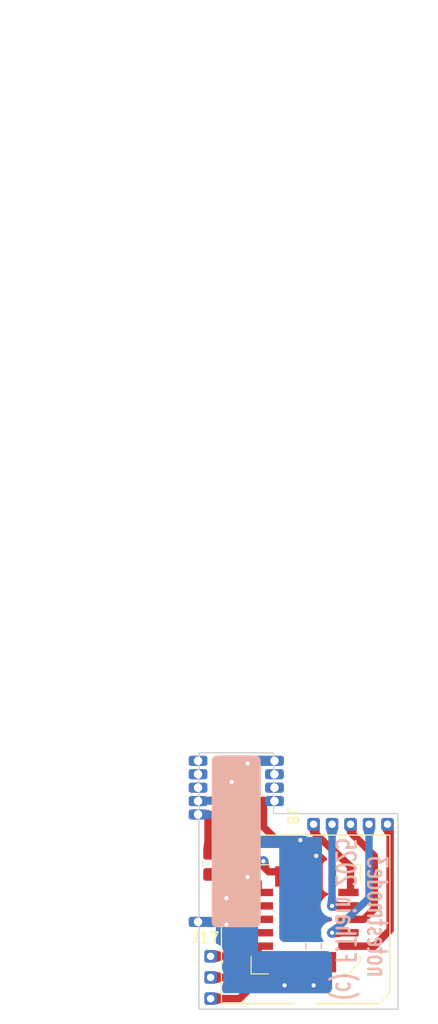
<source format=kicad_pcb>
(kicad_pcb (version 20221018) (generator pcbnew)
  (layers (0 "F.Cu" mixed) (31 "B.Cu" mixed) (34 "B.Paste" user) (35 "F.Paste" user) (36 "B.SilkS" user "B.Silkscreen") (37 "F.SilkS" user "F.Silkscreen") (38 "B.Mask" user) (39 "F.Mask" user) (44 "Edge.Cuts" user))
  (net 0 "")
  (net 1 "VCC")
  (net 2 "VSS")
  (net 3 "/{slash}CAS")
  (net 4 "/{slash}WE")
  (net 5 "/{slash}RAS")
  (net 14 "Net-(J17-Pin_1)")
  (net 17 "/{slash}MODULE_WE")
  (net 18 "/{slash}MODULE_CAS")
  (net 19 "/{slash}MODULE_RAS")
  (net 22 "Net-(J7-Pin_1)")
  (net 23 "Net-(J18-Pin_1)")
  (net 24 "Net-(J19-Pin_1)")
  (net 25 "Net-(J5-Pin_1)")
  (footprint "project footprints:TestPoint_THTPad_D1.2mm_Drill0.7mm" (layer "F.Cu") (at 137.25 132.999)
    (fp_text reference "J6" hide)
    (fp_text value "SOLDER PAD")
    (pad "1" thru_hole roundrect (at 0 0) (size 1.2 1.2) (drill 0.7) (layers "*.Cu" "*.Mask") (roundrect_rratio 0.2) (net 18 "/{slash}MODULE_CAS"))
  )
  (footprint "project footprints:TestPoint_THTPad_D1.2mm_Drill0.7mm" (layer "F.Cu") (at 140.75 133)
    (fp_text reference "J4" hide)
    (fp_text value "SOLDER PAD")
    (pad "1" thru_hole roundrect (at 0 0) (size 1.2 1.2) (drill 0.7) (layers "*.Cu" "*.Mask") (roundrect_rratio 0.2) (net 17 "/{slash}MODULE_WE"))
  )
  (footprint "project footprints:TestPoint_THTPad_D1.2mm_Drill0.7mm" (layer "F.Cu") (at 124 145.5)
    (fp_text reference "J17" (at -0.5 -1.75 unlocked) (layer "F.SilkS"))
    (fp_text value "SOLDER PAD")
    (pad "1" thru_hole roundrect (at 0 0) (size 1.2 1.2) (drill 0.7) (layers "*.Cu" "*.Mask") (roundrect_rratio 0.2) (net 14 "Net-(J17-Pin_1)"))
  )
  (footprint "project footprints:TestPoint_THTPad_D1.2mm_Drill0.7mm" (layer "F.Cu") (at 133.75 132.999)
    (fp_text reference "J8" (at -2 -0.749 -90 unlocked) (layer "F.SilkS"))
    (fp_text value "SOLDER PAD")
    (pad "1" thru_hole roundrect (at 0 0) (size 1.2 1.2) (drill 0.7) (layers "*.Cu" "*.Mask") (roundrect_rratio 0.2) (net 19 "/{slash}MODULE_RAS"))
  )
  (footprint "project footprints:TestPoint_THTPad_D1.2mm_Drill0.7mm" (layer "F.Cu") (at 135.5 133)
    (fp_text reference "J7" hide)
    (fp_text value "SOLDER PAD")
    (pad "1" thru_hole roundrect (at 0 0) (size 1.2 1.2) (drill 0.7) (layers "*.Cu" "*.Mask") (roundrect_rratio 0.2) (net 22 "Net-(J7-Pin_1)"))
  )
  (footprint "project footprints:TestPoint_THTPad_D1.2mm_Drill0.7mm" (layer "F.Cu") (at 124 149.5)
    (fp_text reference "J19" hide)
    (fp_text value "SOLDER PAD")
    (pad "1" thru_hole roundrect (at 0 0) (size 1.2 1.2) (drill 0.7) (layers "*.Cu" "*.Mask") (roundrect_rratio 0.2) (net 24 "Net-(J19-Pin_1)"))
  )
  (footprint "project footprints:Castellations_2x13_P1.27mm_Vertical" (layer "F.Cu") (at 122.809 127)
    (fp_text reference "J1" hide)
    (fp_text value "SOJ 26(24)")
    (pad "1" thru_hole roundrect (at 0 0) (size 1.778 0.9652) (drill 0.8) (layers "*.Cu" "*.Mask"))
    (pad "2" thru_hole roundrect (at 0 1.27) (size 1.778 0.9652) (drill 0.8) (layers "*.Cu" "*.Mask"))
    (pad "3" thru_hole roundrect (at 0 2.54) (size 1.778 0.9652) (drill 0.8) (layers "*.Cu" "*.Mask"))
    (pad "4" thru_hole roundrect (at 0 3.81) (size 1.778 0.9652) (drill 0.8) (layers "*.Cu" "*.Mask") (net 4 "/{slash}WE"))
    (pad "5" thru_hole roundrect (at 0 5.08) (size 1.778 0.9652) (drill 0.8) (layers "*.Cu" "*.Mask") (net 5 "/{slash}RAS"))
    (pad "12" thru_hole roundrect (at 0 15.24) (size 1.778 0.9652) (drill 0.8) (layers "*.Cu" "*.Mask") (net 1 "VCC"))
    (pad "21" thru_hole roundrect (at 7.239 3.81) (size 1.778 0.9652) (drill 0.8) (layers "*.Cu" "*.Mask") (net 3 "/{slash}CAS"))
    (pad "22" thru_hole roundrect (at 7.239 2.54) (size 1.778 0.9652) (drill 0.8) (layers "*.Cu" "*.Mask"))
    (pad "23" thru_hole roundrect (at 7.239 1.27) (size 1.778 0.9652) (drill 0.8) (layers "*.Cu" "*.Mask"))
    (pad "24" thru_hole roundrect (at 7.239 0) (size 1.778 0.9652) (drill 0.8) (layers "*.Cu" "*.Mask") (net 2 "VSS"))
  )
  (footprint "project footprints:TestPoint_THTPad_D1.2mm_Drill0.7mm" (layer "F.Cu") (at 139 133)
    (fp_text reference "J5" hide)
    (fp_text value "SOLDER PAD")
    (pad "1" thru_hole roundrect (at 0 0) (size 1.2 1.2) (drill 0.7) (layers "*.Cu" "*.Mask") (roundrect_rratio 0.2) (net 25 "Net-(J5-Pin_1)"))
  )
  (footprint "Resistor_SMD:R_0805_2012Metric_Pad1.20x1.40mm_HandSolder" (layer "F.Cu") (at 124 136.75 90)
    (fp_text reference "R1" hide)
    (fp_text value "2.2k")
    (fp_line (start -0.227064 -0.735) (end 0.227064 -0.735) (stroke (width 0.119998)) (layer "F.SilkS"))
    (fp_line (start -0.227064 0.735) (end 0.227064 0.735) (stroke (width 0.119998)) (layer "F.SilkS"))
    (pad "1" smd roundrect (at -1 0 90) (size 1.2 1.4) (layers "F.Cu" "F.Paste" "F.Mask") (roundrect_rratio 0.2083333333) (net 1 "VCC"))
    (pad "2" smd roundrect (at 1 0 90) (size 1.2 1.4) (layers "F.Cu" "F.Paste" "F.Mask") (roundrect_rratio 0.2083333333) (net 5 "/{slash}RAS"))
  )
  (footprint "Resistor_SMD:R_0805_2012Metric_Pad1.20x1.40mm_HandSolder" (layer "F.Cu") (at 125.25 131.75 90)
    (fp_text reference "R2" hide)
    (fp_text value "2.2k")
    (fp_line (start -0.227064 -0.735) (end 0.227064 -0.735) (stroke (width 0.119998)) (layer "F.SilkS"))
    (fp_line (start -0.227064 0.735) (end 0.227064 0.735) (stroke (width 0.119998)) (layer "F.SilkS"))
    (pad "1" smd roundrect (at -1 0 90) (size 1.2 1.4) (layers "F.Cu" "F.Paste" "F.Mask") (roundrect_rratio 0.2083333333) (net 1 "VCC"))
    (pad "2" smd roundrect (at 1 0 90) (size 1.2 1.4) (layers "F.Cu" "F.Paste" "F.Mask") (roundrect_rratio 0.2083333333) (net 4 "/{slash}WE"))
  )
  (footprint "project footprints:TestPoint_THTPad_D1.2mm_Drill0.7mm" (layer "F.Cu") (at 124 147.5)
    (fp_text reference "J18" hide)
    (fp_text value "SOLDER PAD")
    (pad "1" thru_hole roundrect (at 0 0) (size 1.2 1.2) (drill 0.7) (layers "*.Cu" "*.Mask") (roundrect_rratio 0.2) (net 23 "Net-(J18-Pin_1)"))
  )
  (footprint "Resistor_SMD:R_0805_2012Metric_Pad1.20x1.40mm_HandSolder" (layer "F.Cu") (at 127.5 131.75 90)
    (fp_text reference "R3" hide)
    (fp_text value "2.2k")
    (fp_line (start -0.227064 -0.735) (end 0.227064 -0.735) (stroke (width 0.119998)) (layer "F.SilkS"))
    (fp_line (start -0.227064 0.735) (end 0.227064 0.735) (stroke (width 0.119998)) (layer "F.SilkS"))
    (pad "1" smd roundrect (at -1 0 90) (size 1.2 1.4) (layers "F.Cu" "F.Paste" "F.Mask") (roundrect_rratio 0.2083333333) (net 1 "VCC"))
    (pad "2" smd roundrect (at 1 0 90) (size 1.2 1.4) (layers "F.Cu" "F.Paste" "F.Mask") (roundrect_rratio 0.2083333333) (net 3 "/{slash}CAS"))
  )
  (footprint "Package_LCC:PLCC-20_SMD-Socket" (layer "F.Cu") (at 133 142 180)
    (fp_text reference "U2" hide)
    (fp_text value "GAL16V8")
    (fp_line (start -7.975 -6.975) (end -7.975 7.975) (stroke (width 0.119998)) (layer "F.SilkS"))
    (fp_line (start -7.975 7.975) (end 7.975 7.975) (stroke (width 0.119998)) (layer "F.SilkS"))
    (fp_line (start -6.975 -7.975) (end -7.975 -6.975) (stroke (width 0.119998)) (layer "F.SilkS"))
    (fp_line (start -5.165 -4.015) (end -5.165 -3.515) (stroke (width 0.1)) (layer "F.SilkS"))
    (fp_line (start -5.165 5.165) (end -5.165 3.515) (stroke (width 0.1)) (layer "F.SilkS"))
    (fp_line (start -4.015 -5.165) (end -5.165 -4.015) (stroke (width 0.1)) (layer "F.SilkS"))
    (fp_line (start -3.515 -5.165) (end -4.015 -5.165) (stroke (width 0.1)) (layer "F.SilkS"))
    (fp_line (start -3.515 5.165) (end -5.165 5.165) (stroke (width 0.1)) (layer "F.SilkS"))
    (fp_line (start -1 -7.975) (end -6.975 -7.975) (stroke (width 0.119998)) (layer "F.SilkS"))
    (fp_line (start 3.515 -5.165) (end 5.165 -5.165) (stroke (width 0.1)) (layer "F.SilkS"))
    (fp_line (start 3.515 5.165) (end 5.165 5.165) (stroke (width 0.1)) (layer "F.SilkS"))
    (fp_line (start 5.165 -5.165) (end 5.165 -3.515) (stroke (width 0.1)) (layer "F.SilkS"))
    (fp_line (start 5.165 5.165) (end 5.165 3.515) (stroke (width 0.1)) (layer "F.SilkS"))
    (fp_line (start 7.975 -7.975) (end 1 -7.975) (stroke (width 0.119998)) (layer "F.SilkS"))
    (fp_line (start 7.975 7.975) (end 7.975 -7.975) (stroke (width 0.119998)) (layer "F.SilkS"))
    (pad "1" smd rect (at 0 -4.0525 180) (size 0.7 1.925) (layers "F.Cu" "F.Paste" "F.Mask"))
    (pad "2" smd rect (at -1.27 -4.0525 180) (size 0.7 1.925) (layers "F.Cu" "F.Paste" "F.Mask"))
    (pad "3" smd rect (at -2.54 -4.0525 180) (size 0.7 1.925) (layers "F.Cu" "F.Paste" "F.Mask"))
    (pad "4" smd rect (at -4.0525 -2.54 180) (size 1.925 0.7) (layers "F.Cu" "F.Paste" "F.Mask") (net 17 "/{slash}MODULE_WE"))
    (pad "5" smd rect (at -4.0525 -1.27 180) (size 1.925 0.7) (layers "F.Cu" "F.Paste" "F.Mask") (net 25 "Net-(J5-Pin_1)"))
    (pad "6" smd rect (at -4.0525 0 180) (size 1.925 0.7) (layers "F.Cu" "F.Paste" "F.Mask") (net 18 "/{slash}MODULE_CAS"))
    (pad "7" smd rect (at -4.0525 1.27 180) (size 1.925 0.7) (layers "F.Cu" "F.Paste" "F.Mask") (net 22 "Net-(J7-Pin_1)"))
    (pad "8" smd rect (at -4.0525 2.54 180) (size 1.925 0.7) (layers "F.Cu" "F.Paste" "F.Mask") (net 19 "/{slash}MODULE_RAS"))
    (pad "9" smd rect (at -2.54 4.0525 180) (size 0.7 1.925) (layers "F.Cu" "F.Paste" "F.Mask"))
    (pad "10" smd rect (at -1.27 4.0525 180) (size 0.7 1.925) (layers "F.Cu" "F.Paste" "F.Mask") (net 2 "VSS"))
    (pad "11" smd rect (at 0 4.0525 180) (size 0.7 1.925) (layers "F.Cu" "F.Paste" "F.Mask"))
    (pad "12" smd rect (at 1.27 4.0525 180) (size 0.7 1.925) (layers "F.Cu" "F.Paste" "F.Mask") (net 3 "/{slash}CAS"))
    (pad "13" smd rect (at 2.54 4.0525 180) (size 0.7 1.925) (layers "F.Cu" "F.Paste" "F.Mask") (net 4 "/{slash}WE"))
    (pad "14" smd rect (at 4.0525 2.54 180) (size 1.925 0.7) (layers "F.Cu" "F.Paste" "F.Mask") (net 5 "/{slash}RAS"))
    (pad "15" smd rect (at 4.0525 1.27 180) (size 1.925 0.7) (layers "F.Cu" "F.Paste" "F.Mask"))
    (pad "16" smd rect (at 4.0525 0 180) (size 1.925 0.7) (layers "F.Cu" "F.Paste" "F.Mask"))
    (pad "17" smd rect (at 4.0525 -1.27 180) (size 1.925 0.7) (layers "F.Cu" "F.Paste" "F.Mask") (net 14 "Net-(J17-Pin_1)"))
    (pad "18" smd rect (at 4.0525 -2.54 180) (size 1.925 0.7) (layers "F.Cu" "F.Paste" "F.Mask") (net 23 "Net-(J18-Pin_1)"))
    (pad "19" smd rect (at 2.54 -4.0525 180) (size 0.7 1.925) (layers "F.Cu" "F.Paste" "F.Mask") (net 24 "Net-(J19-Pin_1)"))
    (pad "20" smd rect (at 1.27 -4.0525 180) (size 0.7 1.925) (layers "F.Cu" "F.Paste" "F.Mask") (net 1 "VCC"))
  )
  (footprint "Capacitor_SMD:C_0805_2012Metric_Pad1.18x1.45mm_HandSolder" (layer "B.Cu") (at 133.75 144.55 90)
    (fp_text reference "C1" hide)
    (fp_text value "220n")
    (fp_line (start -0.261252 -0.735) (end 0.261252 -0.735) (stroke (width 0.119998)) (layer "B.SilkS"))
    (fp_line (start -0.261252 0.735) (end 0.261252 0.735) (stroke (width 0.119998)) (layer "B.SilkS"))
    (pad "1" smd roundrect (at -1.0375 0 90) (size 1.175 1.45) (layers "B.Cu" "B.Paste" "B.Mask") (roundrect_rratio 0.2127659574) (net 1 "VCC"))
    (pad "2" smd roundrect (at 1.0375 0 90) (size 1.175 1.45) (layers "B.Cu" "B.Paste" "B.Mask") (roundrect_rratio 0.2127659574) (net 2 "VSS"))
  )
  (gr_line (start 129.957 126.238) (end 129.957 132) (stroke (width 0.127)) (layer "Edge.Cuts"))
  (gr_line (start 129.957 132) (end 141.75 132) (stroke (width 0.127)) (layer "Edge.Cuts"))
  (gr_line (start 141.75 150.5) (end 122.9 150.5) (stroke (width 0.127)) (layer "Edge.Cuts"))
  (gr_line (start 141.75 132) (end 141.75 150.5) (stroke (width 0.127)) (layer "Edge.Cuts"))
  (gr_line (start 129.957 126.238) (end 122.9 126.238) (stroke (width 0.127)) (layer "Edge.Cuts"))
  (gr_line (start 122.9 126.238) (end 122.9 150.5) (stroke (width 0.127)) (layer "Edge.Cuts"))
  (gr_text "notestmode3" (at 139.75 141.75 270) (layer "B.SilkS") (effects (font (size 1.8 1.2) (thickness 0.25) bold) (justify mirror)))
  (gr_text "(c) F.Thain 2025" (at 136.75 142 270) (layer "B.SilkS") (effects (font (size 1.8 1.2) (thickness 0.25) bold) (justify mirror)))
  (segment (start 131.73 146.0525) (end 131.73 147.5) (width 0.7) (layer "F.Cu") (net 1))
  (segment (start 123.6875 142.25) (end 125.5 142.25) (width 0.9653) (layer "F.Cu") (net 1))
  (via (at 125.5 140) (size 0.9653) (drill 0.4) (layers "F.Cu" "B.Cu") (net 1))
  (via (at 125.5 142.5) (size 0.9653) (drill 0.4) (layers "F.Cu" "B.Cu") (net 1))
  (via (at 133.75 148.25) (size 0.9653) (drill 0.4) (layers "F.Cu" "B.Cu") (net 1))
  (via (at 131 148.25) (size 0.9653) (drill 0.4) (layers "F.Cu" "B.Cu") (net 1))
  (segment (start 123.75 142.25) (end 125.5 142.25) (width 0.9653) (layer "B.Cu") (net 1))
  (segment (start 134.25 136.25) (end 134.27 140.02) (width 0.7) (layer "F.Cu") (net 2))
  (segment (start 126.5 127) (end 129.25 127) (width 0.9652) (layer "F.Cu") (net 2))
  (via (at 134 136) (size 0.9653) (drill 0.4) (layers "F.Cu" "B.Cu") (net 2))
  (via (at 132.5 134.5) (size 0.9653) (drill 0.4) (layers "F.Cu" "B.Cu") (net 2))
  (via (at 126 129) (size 0.9653) (drill 0.4) (layers "F.Cu" "B.Cu") (net 2))
  (via (at 127.5 127.25) (size 0.9653) (drill 0.4) (layers "F.Cu" "B.Cu") (net 2))
  (segment (start 126.5 127) (end 129.25 127) (width 0.9652) (layer "B.Cu") (net 2))
  (segment (start 129 133.25) (end 129 130.75) (width 0.7) (layer "F.Cu") (net 3))
  (segment (start 127.5 130.75) (end 129.327 130.75) (width 0.7) (layer "F.Cu") (net 3))
  (segment (start 131.73 137.9475) (end 131.73 136) (width 0.7) (layer "F.Cu") (net 3))
  (segment (start 131.73 136) (end 129 133.25) (width 0.7) (layer "F.Cu") (net 3))
  (segment (start 129 136.5) (end 129 137) (width 0.7) (layer "F.Cu") (net 4))
  (segment (start 125.25 130.75) (end 123.53 130.75) (width 0.7) (layer "F.Cu") (net 4))
  (segment (start 129 137) (end 129.5 137.5) (width 0.7) (layer "F.Cu") (net 4))
  (segment (start 129.5 137.5) (end 130.4 137.5) (width 0.7) (layer "F.Cu") (net 4))
  (via (at 129 136.5) (size 0.9653) (drill 0.4) (layers "F.Cu" "B.Cu") (net 4))
  (segment (start 129 136.5) (end 127.25 136.5) (width 0.7) (layer "B.Cu") (net 4))
  (segment (start 126 132) (end 124.81 130.81) (width 0.7) (layer "B.Cu") (net 4))
  (segment (start 124.81 130.81) (end 123.47 130.81) (width 0.7) (layer "B.Cu") (net 4))
  (segment (start 126 135.25) (end 126 132) (width 0.7) (layer "B.Cu") (net 4))
  (segment (start 127.25 136.5) (end 126 135.25) (width 0.7) (layer "B.Cu") (net 4))
  (segment (start 127.5 138) (end 128 138) (width 0.7) (layer "F.Cu") (net 5))
  (segment (start 128.5 138.5) (end 128.5 139.4) (width 0.7) (layer "F.Cu") (net 5))
  (segment (start 123.75 135.25) (end 123.75 132) (width 0.7) (layer "F.Cu") (net 5))
  (segment (start 123.75 132) (end 123.47 132) (width 0.7) (layer "F.Cu") (net 5))
  (segment (start 128 138) (end 128.5 138.5) (width 0.7) (layer "F.Cu") (net 5))
  (via (at 127.5 138) (size 0.9653) (drill 0.4) (layers "F.Cu" "B.Cu") (net 5))
  (segment (start 126.75 138) (end 124.75 136) (width 0.7) (layer "B.Cu") (net 5))
  (segment (start 124.75 132.75) (end 124.08 132.08) (width 0.7) (layer "B.Cu") (net 5))
  (segment (start 124.75 136) (end 124.75 132.75) (width 0.7) (layer "B.Cu") (net 5))
  (segment (start 124 132.08) (end 123.47 132.08) (width 0.7) (layer "B.Cu") (net 5))
  (segment (start 127.5 138) (end 126.75 138) (width 0.7) (layer "B.Cu") (net 5))
  (segment (start 128.9475 143.27) (end 127.75 143.27) (width 0.7) (layer "F.Cu") (net 14))
  (segment (start 125.5 145.5) (end 124 145.5) (width 0.7) (layer "F.Cu") (net 14))
  (segment (start 127.75 143.27) (end 125.5 145.5) (width 0.7) (layer "F.Cu") (net 14))
  (segment (start 140.75 133) (end 141 134) (width 0.7) (layer "F.Cu") (net 17))
  (segment (start 139.5 144.54) (end 137.0525 144.54) (width 0.7) (layer "F.Cu") (net 17))
  (segment (start 141 143) (end 139.5 144.54) (width 0.7) (layer "F.Cu") (net 17))
  (segment (start 141 134) (end 141 143) (width 0.7) (layer "F.Cu") (net 17))
  (segment (start 139.5 141) (end 138.5 142) (width 0.7) (layer "F.Cu") (net 18))
  (segment (start 137.25 133.75) (end 139.5 136) (width 0.7) (layer "F.Cu") (net 18))
  (segment (start 137.25 132.999) (end 137.25 133.75) (width 0.7) (layer "F.Cu") (net 18))
  (segment (start 138.5 142) (end 137.0525 142) (width 0.7) (layer "F.Cu") (net 18))
  (segment (start 139.5 136) (end 139.5 141) (width 0.7) (layer "F.Cu") (net 18))
  (segment (start 133.75 132.999) (end 133.75 133.75) (width 0.7) (layer "F.Cu") (net 19))
  (segment (start 133.75 133.75) (end 137.25 137) (width 0.7) (layer "F.Cu") (net 19))
  (segment (start 137.25 137) (end 137.25 139.46) (width 0.7) (layer "F.Cu") (net 19))
  (segment (start 135.5 140.73) (end 137.0525 140.73) (width 0.7) (layer "F.Cu") (net 22))
  (via (at 135.5 140.73) (size 0.9653) (drill 0.4) (layers "F.Cu" "B.Cu") (net 22))
  (segment (start 135.5 140.73) (end 135.5 133) (width 0.7) (layer "B.Cu") (net 22))
  (segment (start 126.25 147.5) (end 128.5 145.25) (width 0.7) (layer "F.Cu") (net 23))
  (segment (start 124 147.5) (end 126.25 147.5) (width 0.7) (layer "F.Cu") (net 23))
  (segment (start 128.5 145.25) (end 128.5 144.54) (width 0.7) (layer "F.Cu") (net 23))
  (segment (start 129.75 146.5) (end 130.46 146.5) (width 0.7) (layer "F.Cu") (net 24))
  (segment (start 126.75 149.5) (end 129.75 146.5) (width 0.7) (layer "F.Cu") (net 24))
  (segment (start 124 149.5) (end 126.75 149.5) (width 0.7) (layer "F.Cu") (net 24))
  (segment (start 135.5 143.27) (end 137.0525 143.27) (width 0.7) (layer "F.Cu") (net 25))
  (via (at 135.5 143.27) (size 0.9653) (drill 0.4) (layers "F.Cu" "B.Cu") (net 25))
  (segment (start 135.5 143.27) (end 139 140) (width 0.7) (layer "B.Cu") (net 25))
  (segment (start 139 140) (end 139 133) (width 0.7) (layer "B.Cu") (net 25))
  (zone (net 1) (net_name "VCC") (layer "F.Cu") (priority 1) (connect_pads yes (clearance 0.6)) (min_thickness 0.25) (fill yes (thermal_gap 0.5) (thermal_bridge_width 0.5) (smoothing fillet) (radius 0.5))
    (polygon (pts (xy 124.5 136.75) (xy 124.5 133.25) (xy 128.5 133.25) (xy 128.5 136.75)))
  )
  (zone (net 1) (net_name "VCC") (layers "F&B.Cu") (priority 1) (connect_pads yes (clearance 0.6)) (min_thickness 0.25) (fill yes (thermal_gap 0.5) (thermal_bridge_width 0.5) (smoothing fillet) (radius 0.5))
    (polygon (pts (xy 124.5 149) (xy 124.5 136) (xy 128.5 136) (xy 128.5 145) (xy 135.5 145) (xy 135.5 149)))
  )
  (zone (net 2) (net_name "VSS") (layers "F&B.Cu") (connect_pads yes (clearance 0.6)) (min_thickness 0.25) (fill yes (thermal_gap 0.5) (thermal_bridge_width 0.5) (smoothing fillet) (radius 0.5))
    (polygon (pts (xy 135.5 134) (xy 128.5 134) (xy 128.5 126.5) (xy 124.5 126.5) (xy 124.5 135.25) (xy 128.5 135.25) (xy 130.5 135.25) (xy 130.5 144.15) (xy 135.5 144.15)))
  )
  (zone (net 0) (net_name "") (layer "B.SilkS") (connect_pads yes (clearance 0.6)) (min_thickness 0.25) (fill yes (thermal_gap 0.5) (thermal_bridge_width 0.5) (smoothing fillet) (radius 0.5))
    (polygon (pts (xy 124.1 126.5) (xy 124.1 142.75) (xy 128.75 142.75) (xy 128.75 126.5)))
  )
)
</source>
